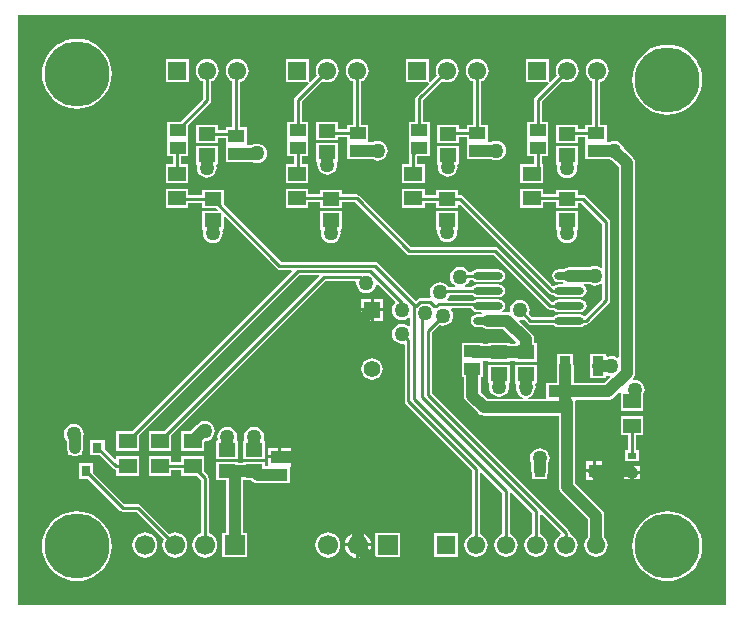
<source format=gtl>
G04*
G04 #@! TF.GenerationSoftware,Altium Limited,Altium Designer,18.1.7 (191)*
G04*
G04 Layer_Physical_Order=1*
G04 Layer_Color=255*
%FSLAX25Y25*%
%MOIN*%
G70*
G01*
G75*
%ADD15R,0.05472X0.03898*%
%ADD16R,0.05709X0.04528*%
%ADD17R,0.05906X0.04921*%
%ADD18O,0.09843X0.02756*%
%ADD19R,0.12402X0.04331*%
%ADD20R,0.03543X0.04331*%
%ADD21R,0.03740X0.06693*%
%ADD22R,0.03150X0.02362*%
%ADD23R,0.03150X0.03543*%
%ADD41C,0.01000*%
%ADD42C,0.03937*%
%ADD43C,0.21654*%
%ADD44R,0.06693X0.06693*%
%ADD45C,0.06693*%
%ADD46C,0.06102*%
%ADD47R,0.06102X0.06102*%
%ADD48R,0.05512X0.05512*%
%ADD49C,0.05512*%
%ADD50C,0.05000*%
G36*
X216535Y-177165D02*
X-19685D01*
Y19685D01*
X216535D01*
Y-177165D01*
D02*
G37*
%LPC*%
G36*
X163465Y4931D02*
X162462Y4799D01*
X161529Y4412D01*
X160727Y3797D01*
X160112Y2995D01*
X159725Y2061D01*
X159593Y1059D01*
X159725Y57D01*
X159983Y-566D01*
X157803Y-2746D01*
X157303Y-2539D01*
X157303Y-2379D01*
Y4898D01*
X149626D01*
Y-2780D01*
X156890D01*
X157062Y-2780D01*
X157270Y-3280D01*
X152694Y-7855D01*
X152409Y-8281D01*
X152309Y-8783D01*
Y-15945D01*
X150098D01*
Y-21390D01*
X150098Y-21417D01*
Y-21890D01*
X150098Y-21917D01*
Y-27362D01*
X152309D01*
Y-30020D01*
X147835D01*
Y-36516D01*
X155315D01*
Y-30020D01*
X154935D01*
Y-27362D01*
X157146D01*
Y-21917D01*
X157146Y-21890D01*
Y-21417D01*
X157146Y-21390D01*
Y-15945D01*
X154935D01*
Y-9327D01*
X161839Y-2423D01*
X162462Y-2681D01*
X163465Y-2813D01*
X164467Y-2681D01*
X165400Y-2294D01*
X166202Y-1679D01*
X166818Y-877D01*
X167204Y57D01*
X167336Y1059D01*
X167204Y2061D01*
X166818Y2995D01*
X166202Y3797D01*
X165400Y4412D01*
X164467Y4799D01*
X163465Y4931D01*
D02*
G37*
G36*
X83465D02*
X82463Y4799D01*
X81529Y4412D01*
X80727Y3797D01*
X80112Y2995D01*
X79725Y2061D01*
X79593Y1059D01*
X79725Y57D01*
X79983Y-566D01*
X77803Y-2746D01*
X77303Y-2539D01*
X77303Y-2379D01*
Y4898D01*
X69626D01*
Y-2780D01*
X76890D01*
X77062Y-2780D01*
X77270Y-3280D01*
X72694Y-7855D01*
X72409Y-8281D01*
X72309Y-8783D01*
Y-15945D01*
X70098D01*
Y-21390D01*
X70098Y-21417D01*
Y-21890D01*
X70098Y-21917D01*
Y-27362D01*
X72309D01*
Y-30020D01*
X69724D01*
Y-36516D01*
X77205D01*
Y-30020D01*
X74935D01*
Y-27362D01*
X77146D01*
Y-21917D01*
X77146Y-21890D01*
Y-21417D01*
X77146Y-21390D01*
Y-15945D01*
X74935D01*
Y-9327D01*
X81839Y-2423D01*
X82463Y-2681D01*
X83465Y-2813D01*
X84467Y-2681D01*
X85400Y-2294D01*
X86202Y-1679D01*
X86818Y-877D01*
X87204Y57D01*
X87336Y1059D01*
X87204Y2061D01*
X86818Y2995D01*
X86202Y3797D01*
X85400Y4412D01*
X84467Y4799D01*
X83465Y4931D01*
D02*
G37*
G36*
X123465D02*
X122462Y4799D01*
X121529Y4412D01*
X120727Y3797D01*
X120112Y2995D01*
X119725Y2061D01*
X119593Y1059D01*
X119725Y57D01*
X119983Y-566D01*
X117803Y-2746D01*
X117303Y-2539D01*
X117303Y-2379D01*
Y4898D01*
X109626D01*
Y-2780D01*
X116891D01*
X117063Y-2780D01*
X117270Y-3280D01*
X113245Y-7304D01*
X112961Y-7730D01*
X112861Y-8232D01*
Y-15945D01*
X110650D01*
Y-21390D01*
X110650Y-21417D01*
Y-21890D01*
X110650Y-21917D01*
Y-27362D01*
X110892D01*
Y-30020D01*
X108465D01*
Y-36516D01*
X115945D01*
Y-30020D01*
X113517D01*
Y-27362D01*
X117697D01*
Y-21917D01*
X117697Y-21890D01*
Y-21417D01*
X117697Y-21390D01*
Y-15945D01*
X115486D01*
Y-8776D01*
X121839Y-2423D01*
X122462Y-2681D01*
X123465Y-2813D01*
X124467Y-2681D01*
X125400Y-2294D01*
X126202Y-1679D01*
X126818Y-877D01*
X127204Y57D01*
X127336Y1059D01*
X127204Y2061D01*
X126818Y2995D01*
X126202Y3797D01*
X125400Y4412D01*
X124467Y4799D01*
X123465Y4931D01*
D02*
G37*
G36*
X37303Y4898D02*
X29626D01*
Y-2780D01*
X37303D01*
Y4898D01*
D02*
G37*
G36*
X0Y11650D02*
X-1822Y11507D01*
X-3600Y11080D01*
X-5289Y10380D01*
X-6848Y9425D01*
X-8238Y8238D01*
X-9425Y6848D01*
X-10380Y5289D01*
X-11080Y3600D01*
X-11507Y1822D01*
X-11650Y0D01*
X-11507Y-1822D01*
X-11080Y-3600D01*
X-10380Y-5289D01*
X-9425Y-6848D01*
X-8238Y-8238D01*
X-6848Y-9425D01*
X-5289Y-10380D01*
X-3600Y-11080D01*
X-1822Y-11507D01*
X0Y-11650D01*
X1822Y-11507D01*
X3600Y-11080D01*
X5289Y-10380D01*
X6848Y-9425D01*
X8238Y-8238D01*
X9425Y-6848D01*
X10380Y-5289D01*
X11080Y-3600D01*
X11507Y-1822D01*
X11650Y0D01*
X11507Y1822D01*
X11080Y3600D01*
X10380Y5289D01*
X9425Y6848D01*
X8238Y8238D01*
X6848Y9425D01*
X5289Y10380D01*
X3600Y11080D01*
X1822Y11507D01*
X0Y11650D01*
D02*
G37*
G36*
X196850Y9682D02*
X195028Y9538D01*
X193250Y9111D01*
X191561Y8412D01*
X190003Y7457D01*
X188613Y6269D01*
X187425Y4879D01*
X186470Y3320D01*
X185770Y1632D01*
X185344Y-146D01*
X185200Y-1969D01*
X185344Y-3791D01*
X185770Y-5569D01*
X186470Y-7258D01*
X187425Y-8816D01*
X188613Y-10206D01*
X190003Y-11394D01*
X191561Y-12349D01*
X193250Y-13048D01*
X195028Y-13475D01*
X196850Y-13619D01*
X198673Y-13475D01*
X200450Y-13048D01*
X202139Y-12349D01*
X203698Y-11394D01*
X205088Y-10206D01*
X206276Y-8816D01*
X207231Y-7258D01*
X207930Y-5569D01*
X208357Y-3791D01*
X208501Y-1969D01*
X208357Y-146D01*
X207930Y1632D01*
X207231Y3320D01*
X206276Y4879D01*
X205088Y6269D01*
X203698Y7457D01*
X202139Y8412D01*
X200450Y9111D01*
X198673Y9538D01*
X196850Y9682D01*
D02*
G37*
G36*
X173465Y4931D02*
X172462Y4799D01*
X171529Y4412D01*
X170727Y3797D01*
X170112Y2995D01*
X169725Y2061D01*
X169593Y1059D01*
X169725Y57D01*
X170112Y-877D01*
X170727Y-1679D01*
X171529Y-2294D01*
X171758Y-2389D01*
Y-16949D01*
X169547D01*
Y-18372D01*
X167028D01*
Y-17028D01*
X159744D01*
Y-23130D01*
X167028D01*
Y-20998D01*
X169547D01*
Y-22394D01*
X169547Y-22421D01*
Y-22894D01*
X169547Y-22921D01*
Y-28366D01*
X172741D01*
X173071Y-28410D01*
X177356D01*
X177476Y-28501D01*
X178276Y-28833D01*
X178425Y-28852D01*
X180626Y-31053D01*
Y-94567D01*
X180126Y-94814D01*
X179807Y-94569D01*
X179008Y-94238D01*
X178150Y-94125D01*
X177291Y-94238D01*
X176976Y-94369D01*
X176476Y-94035D01*
Y-93307D01*
X171161D01*
Y-96655D01*
X171134Y-96722D01*
X171039Y-97441D01*
X171134Y-98160D01*
X171161Y-98227D01*
Y-101575D01*
X176476D01*
Y-100847D01*
X176976Y-100513D01*
X177291Y-100644D01*
X177689Y-100696D01*
X177868Y-101224D01*
X175967Y-103126D01*
X170374D01*
Y-102953D01*
X165575D01*
Y-97441D01*
X165480Y-96722D01*
X165453Y-96655D01*
Y-93307D01*
X160138D01*
Y-96655D01*
X160110Y-96722D01*
X160016Y-97441D01*
Y-102953D01*
X156398D01*
Y-108441D01*
X150568D01*
X150469Y-107941D01*
X150996Y-107722D01*
X151572Y-107281D01*
X152014Y-106705D01*
X152114Y-106463D01*
X152478Y-105989D01*
X152809Y-105189D01*
X152922Y-104331D01*
X152819Y-103551D01*
X152925Y-103290D01*
X153085Y-103051D01*
X153248D01*
Y-96949D01*
X145965D01*
Y-103051D01*
X146128D01*
X146288Y-103290D01*
X146393Y-103551D01*
X146291Y-104331D01*
X146404Y-105189D01*
X146735Y-105989D01*
X147099Y-106463D01*
X147199Y-106705D01*
X147641Y-107281D01*
X148216Y-107722D01*
X148744Y-107941D01*
X148645Y-108441D01*
X136978D01*
X134669Y-106132D01*
Y-101181D01*
X135413D01*
X135413Y-95709D01*
X135907Y-95693D01*
X137106D01*
Y-95965D01*
X144390D01*
Y-95693D01*
X145965D01*
Y-95965D01*
X153248D01*
Y-89862D01*
X152386D01*
Y-88583D01*
X152291Y-87863D01*
X152014Y-87193D01*
X151572Y-86617D01*
X147434Y-82480D01*
X147708Y-82047D01*
X148496Y-81943D01*
X148841Y-81800D01*
X150273Y-83231D01*
X150698Y-83516D01*
X151201Y-83616D01*
X158903D01*
X159069Y-83864D01*
X159785Y-84343D01*
X160630Y-84511D01*
X167717D01*
X168561Y-84343D01*
X169278Y-83864D01*
X169444Y-83616D01*
X169665D01*
X170168Y-83516D01*
X170594Y-83231D01*
X177412Y-76412D01*
X177697Y-75986D01*
X177797Y-75484D01*
Y-49516D01*
X177697Y-49013D01*
X177412Y-48588D01*
X169629Y-40804D01*
X169203Y-40520D01*
X168701Y-40420D01*
X167027D01*
Y-38681D01*
X159744D01*
Y-40223D01*
X155315D01*
Y-38287D01*
X147835D01*
Y-44783D01*
X155315D01*
Y-42848D01*
X159744D01*
Y-44783D01*
X167027D01*
Y-43045D01*
X168157D01*
X175172Y-50059D01*
Y-64428D01*
X174672Y-64675D01*
X174355Y-64432D01*
X173555Y-64100D01*
X172697Y-63987D01*
X171839Y-64100D01*
X171039Y-64432D01*
X170919Y-64524D01*
X164173D01*
X163454Y-64618D01*
X162783Y-64896D01*
X162523Y-65095D01*
X160630D01*
X159785Y-65263D01*
X159069Y-65742D01*
X158590Y-66458D01*
X158422Y-67303D01*
X158590Y-68148D01*
X159069Y-68864D01*
X159785Y-69343D01*
X160630Y-69511D01*
X162134D01*
X162195Y-69595D01*
X161938Y-70095D01*
X160630D01*
X159785Y-70263D01*
X159069Y-70742D01*
X158529Y-70649D01*
X128684Y-40804D01*
X128258Y-40520D01*
X127756Y-40420D01*
X127106D01*
Y-38681D01*
X119823D01*
Y-40420D01*
X115945D01*
Y-38287D01*
X108465D01*
Y-44783D01*
X115945D01*
Y-43045D01*
X119823D01*
Y-44783D01*
X127106D01*
Y-43646D01*
X127606Y-43439D01*
X157399Y-73231D01*
X157825Y-73516D01*
X158327Y-73616D01*
X158903D01*
X159069Y-73864D01*
X159785Y-74343D01*
X160630Y-74511D01*
X167717D01*
X168561Y-74343D01*
X169278Y-73864D01*
X169756Y-73148D01*
X169924Y-72303D01*
X169756Y-71458D01*
X169278Y-70742D01*
X169039Y-70583D01*
X169191Y-70083D01*
X170919D01*
X171039Y-70175D01*
X171839Y-70506D01*
X172697Y-70619D01*
X173555Y-70506D01*
X174355Y-70175D01*
X174672Y-69932D01*
X175172Y-70178D01*
Y-74941D01*
X169362Y-80750D01*
X169278Y-80742D01*
X168561Y-80263D01*
X167717Y-80095D01*
X160630D01*
X159785Y-80263D01*
X159069Y-80742D01*
X158903Y-80990D01*
X151744D01*
X150698Y-79944D01*
X150841Y-79598D01*
X150954Y-78740D01*
X150841Y-77882D01*
X150509Y-77082D01*
X149982Y-76396D01*
X149296Y-75869D01*
X148496Y-75537D01*
X147638Y-75424D01*
X146780Y-75537D01*
X145980Y-75869D01*
X145293Y-76396D01*
X144766Y-77082D01*
X144435Y-77882D01*
X144322Y-78740D01*
X144385Y-79217D01*
X144235Y-79394D01*
X143931Y-79603D01*
X143327Y-79523D01*
X142026D01*
X141874Y-79023D01*
X142112Y-78864D01*
X142591Y-78148D01*
X142759Y-77303D01*
X142591Y-76458D01*
X142112Y-75742D01*
X141396Y-75263D01*
X140551Y-75095D01*
X133465D01*
X132620Y-75263D01*
X132103Y-75609D01*
X123588D01*
X123462Y-75109D01*
X123934Y-74493D01*
X124266Y-73693D01*
X124276Y-73616D01*
X131737D01*
X131903Y-73864D01*
X132620Y-74343D01*
X133465Y-74511D01*
X140551D01*
X141396Y-74343D01*
X142112Y-73864D01*
X142591Y-73148D01*
X142759Y-72303D01*
X142591Y-71458D01*
X142112Y-70742D01*
X141396Y-70263D01*
X140551Y-70095D01*
X133465D01*
X132620Y-70263D01*
X131903Y-70742D01*
X131737Y-70991D01*
X129625D01*
X129524Y-70780D01*
X129490Y-70490D01*
X130101Y-70022D01*
X130627Y-69335D01*
X130925Y-68616D01*
X131737D01*
X131903Y-68864D01*
X132620Y-69343D01*
X133465Y-69511D01*
X140551D01*
X141396Y-69343D01*
X142112Y-68864D01*
X142591Y-68148D01*
X142759Y-67303D01*
X142591Y-66458D01*
X142112Y-65742D01*
X141396Y-65263D01*
X140551Y-65095D01*
X133465D01*
X132620Y-65263D01*
X131903Y-65742D01*
X131737Y-65991D01*
X130605D01*
X130101Y-65333D01*
X129414Y-64806D01*
X128614Y-64474D01*
X127756Y-64361D01*
X126898Y-64474D01*
X126098Y-64806D01*
X125411Y-65333D01*
X124884Y-66019D01*
X124553Y-66819D01*
X124440Y-67677D01*
X124553Y-68535D01*
X124884Y-69335D01*
X125411Y-70022D01*
X126022Y-70490D01*
X125987Y-70780D01*
X125887Y-70991D01*
X123792D01*
X123408Y-70490D01*
X122721Y-69963D01*
X121921Y-69632D01*
X121063Y-69519D01*
X120205Y-69632D01*
X119405Y-69963D01*
X118718Y-70490D01*
X118192Y-71177D01*
X117860Y-71977D01*
X117747Y-72835D01*
X117860Y-73693D01*
X118064Y-74185D01*
X117710Y-74624D01*
X114573D01*
X114071Y-74724D01*
X113645Y-75009D01*
X112971Y-75682D01*
X100338Y-63048D01*
X99912Y-62764D01*
X99410Y-62664D01*
X68063D01*
X48917Y-43518D01*
Y-38681D01*
X41634D01*
Y-40420D01*
X37205D01*
Y-38287D01*
X29724D01*
Y-44783D01*
X37205D01*
Y-43045D01*
X41634D01*
Y-44783D01*
X46470D01*
X46993Y-45306D01*
X46801Y-45768D01*
X41634D01*
Y-51870D01*
X41797D01*
X41957Y-52109D01*
X42062Y-52370D01*
X41960Y-53150D01*
X42073Y-54008D01*
X42404Y-54808D01*
X42931Y-55494D01*
X43618Y-56021D01*
X44417Y-56352D01*
X45276Y-56465D01*
X46134Y-56352D01*
X46933Y-56021D01*
X47620Y-55494D01*
X48147Y-54808D01*
X48478Y-54008D01*
X48591Y-53150D01*
X48489Y-52370D01*
X48594Y-52109D01*
X48754Y-51870D01*
X48917D01*
Y-47884D01*
X49379Y-47692D01*
X66592Y-64904D01*
X67017Y-65189D01*
X67520Y-65289D01*
X71571D01*
X71763Y-65751D01*
X18321Y-119193D01*
X13189D01*
Y-125689D01*
X20669D01*
Y-120557D01*
X74150Y-67076D01*
X80611D01*
X80802Y-67538D01*
X29148Y-119193D01*
X24016D01*
Y-125689D01*
X31496D01*
Y-120557D01*
X83063Y-68990D01*
X92754D01*
X93192Y-69490D01*
X93141Y-69882D01*
X93254Y-70740D01*
X93585Y-71540D01*
X94112Y-72227D01*
X94799Y-72753D01*
X95599Y-73085D01*
X96457Y-73198D01*
X97315Y-73085D01*
X98115Y-72753D01*
X98801Y-72227D01*
X99328Y-71540D01*
X99660Y-70740D01*
X99714Y-70328D01*
X100242Y-70149D01*
X105974Y-75882D01*
X105942Y-76381D01*
X105923Y-76395D01*
X105396Y-77082D01*
X105065Y-77882D01*
X104952Y-78740D01*
X105065Y-79598D01*
X105396Y-80398D01*
X105923Y-81085D01*
X106610Y-81612D01*
X107409Y-81943D01*
X108267Y-82056D01*
X109126Y-81943D01*
X109925Y-81612D01*
X110542Y-81139D01*
X111042Y-81264D01*
Y-84089D01*
X110542Y-84215D01*
X109926Y-83743D01*
X109126Y-83411D01*
X108268Y-83298D01*
X107410Y-83411D01*
X106610Y-83743D01*
X105923Y-84270D01*
X105396Y-84956D01*
X105065Y-85756D01*
X104952Y-86614D01*
X105065Y-87472D01*
X105396Y-88272D01*
X105923Y-88959D01*
X106610Y-89486D01*
X107410Y-89817D01*
X108268Y-89930D01*
X108754Y-89866D01*
X109254Y-90276D01*
Y-109158D01*
X109354Y-109660D01*
X109639Y-110086D01*
X131758Y-132205D01*
Y-153475D01*
X131135Y-153734D01*
X130333Y-154349D01*
X129718Y-155151D01*
X129331Y-156085D01*
X129199Y-157087D01*
X129331Y-158089D01*
X129718Y-159022D01*
X130333Y-159824D01*
X131135Y-160440D01*
X132069Y-160826D01*
X133071Y-160958D01*
X134073Y-160826D01*
X135007Y-160440D01*
X135809Y-159824D01*
X136424Y-159022D01*
X136811Y-158089D01*
X136943Y-157087D01*
X136811Y-156085D01*
X136424Y-155151D01*
X135809Y-154349D01*
X135007Y-153734D01*
X134383Y-153475D01*
Y-132956D01*
X134845Y-132765D01*
X141758Y-139678D01*
Y-153475D01*
X141135Y-153734D01*
X140333Y-154349D01*
X139718Y-155151D01*
X139331Y-156085D01*
X139199Y-157087D01*
X139331Y-158089D01*
X139718Y-159022D01*
X140333Y-159824D01*
X141135Y-160440D01*
X142069Y-160826D01*
X143071Y-160958D01*
X144073Y-160826D01*
X145007Y-160440D01*
X145809Y-159824D01*
X146424Y-159022D01*
X146811Y-158089D01*
X146943Y-157087D01*
X146811Y-156085D01*
X146424Y-155151D01*
X145809Y-154349D01*
X145007Y-153734D01*
X144384Y-153475D01*
Y-139604D01*
X144884Y-139397D01*
X151758Y-146272D01*
Y-153475D01*
X151135Y-153734D01*
X150333Y-154349D01*
X149718Y-155151D01*
X149331Y-156085D01*
X149199Y-157087D01*
X149331Y-158089D01*
X149718Y-159022D01*
X150333Y-159824D01*
X151135Y-160440D01*
X152069Y-160826D01*
X153071Y-160958D01*
X154073Y-160826D01*
X155007Y-160440D01*
X155809Y-159824D01*
X156424Y-159022D01*
X156811Y-158089D01*
X156943Y-157087D01*
X156811Y-156085D01*
X156424Y-155151D01*
X155809Y-154349D01*
X155007Y-153734D01*
X154384Y-153475D01*
Y-147023D01*
X154845Y-146832D01*
X161250Y-153236D01*
X161181Y-153582D01*
X161082Y-153775D01*
X160333Y-154349D01*
X159718Y-155151D01*
X159331Y-156085D01*
X159199Y-157087D01*
X159331Y-158089D01*
X159718Y-159022D01*
X160333Y-159824D01*
X161135Y-160440D01*
X162069Y-160826D01*
X163071Y-160958D01*
X164073Y-160826D01*
X165007Y-160440D01*
X165809Y-159824D01*
X166424Y-159022D01*
X166811Y-158089D01*
X166943Y-157087D01*
X166811Y-156085D01*
X166424Y-155151D01*
X165809Y-154349D01*
X165007Y-153734D01*
X164383Y-153475D01*
Y-153201D01*
X164284Y-152698D01*
X163999Y-152272D01*
X118257Y-106531D01*
Y-86355D01*
X120844Y-83768D01*
X121189Y-83912D01*
X122047Y-84024D01*
X122905Y-83912D01*
X123705Y-83580D01*
X124392Y-83053D01*
X124919Y-82367D01*
X125250Y-81567D01*
X125363Y-80709D01*
X125250Y-79851D01*
X124919Y-79051D01*
X124676Y-78734D01*
X124922Y-78234D01*
X131482D01*
X131903Y-78864D01*
X132620Y-79343D01*
X133465Y-79511D01*
X134772D01*
X135029Y-80011D01*
X134969Y-80095D01*
X133465D01*
X132620Y-80263D01*
X131903Y-80742D01*
X131425Y-81458D01*
X131257Y-82303D01*
X131425Y-83148D01*
X131903Y-83864D01*
X132620Y-84343D01*
X133465Y-84511D01*
X135358D01*
X135618Y-84710D01*
X136288Y-84988D01*
X137008Y-85083D01*
X142175D01*
X146455Y-89362D01*
X146248Y-89862D01*
X145965D01*
Y-90134D01*
X144390D01*
Y-89862D01*
X137106D01*
Y-90134D01*
X135413D01*
Y-89764D01*
X132220D01*
X131890Y-89720D01*
X131560Y-89764D01*
X128366D01*
Y-95209D01*
X128366Y-95236D01*
Y-95709D01*
X128366Y-95736D01*
Y-101181D01*
X129110D01*
Y-107283D01*
X129205Y-108003D01*
X129482Y-108673D01*
X129924Y-109249D01*
X133861Y-113186D01*
X134437Y-113628D01*
X135107Y-113905D01*
X135827Y-114000D01*
X160606D01*
Y-132283D01*
Y-137598D01*
X160701Y-138318D01*
X160979Y-138988D01*
X161420Y-139564D01*
X170291Y-148435D01*
Y-154404D01*
X169718Y-155151D01*
X169331Y-156085D01*
X169199Y-157087D01*
X169331Y-158089D01*
X169718Y-159022D01*
X170333Y-159824D01*
X171135Y-160440D01*
X172069Y-160826D01*
X173071Y-160958D01*
X174073Y-160826D01*
X175007Y-160440D01*
X175809Y-159824D01*
X176424Y-159022D01*
X176811Y-158089D01*
X176943Y-157087D01*
X176811Y-156085D01*
X176424Y-155151D01*
X175851Y-154404D01*
Y-147283D01*
X175756Y-146564D01*
X175478Y-145894D01*
X175036Y-145318D01*
X166165Y-136447D01*
Y-132283D01*
Y-109646D01*
X166128Y-109358D01*
X166565Y-108858D01*
X170374D01*
Y-108685D01*
X177118D01*
X177837Y-108590D01*
X178508Y-108313D01*
X179084Y-107871D01*
X180799Y-106155D01*
X181299Y-106362D01*
Y-112303D01*
X188779D01*
Y-108249D01*
X188803Y-108071D01*
Y-107092D01*
X188895Y-106973D01*
X189226Y-106173D01*
X189339Y-105315D01*
X189226Y-104457D01*
X188895Y-103657D01*
X188368Y-102970D01*
X187681Y-102443D01*
X186881Y-102112D01*
X186023Y-101999D01*
X185608Y-102054D01*
X185375Y-101592D01*
X185374Y-101580D01*
X185813Y-101008D01*
X186091Y-100337D01*
X186185Y-99618D01*
Y-29902D01*
X186091Y-29182D01*
X185813Y-28512D01*
X185371Y-27936D01*
X182356Y-24921D01*
X182337Y-24772D01*
X182005Y-23972D01*
X181479Y-23285D01*
X180792Y-22758D01*
X179992Y-22427D01*
X179134Y-22314D01*
X178276Y-22427D01*
X177476Y-22758D01*
X177356Y-22850D01*
X176766D01*
X176594Y-22421D01*
X176594Y-22350D01*
Y-16949D01*
X174383D01*
Y-2692D01*
X174467Y-2681D01*
X175400Y-2294D01*
X176202Y-1679D01*
X176818Y-877D01*
X177204Y57D01*
X177336Y1059D01*
X177204Y2061D01*
X176818Y2995D01*
X176202Y3797D01*
X175400Y4412D01*
X174467Y4799D01*
X173465Y4931D01*
D02*
G37*
G36*
X133465D02*
X132463Y4799D01*
X131529Y4412D01*
X130727Y3797D01*
X130112Y2995D01*
X129725Y2061D01*
X129593Y1059D01*
X129725Y57D01*
X130112Y-877D01*
X130727Y-1679D01*
X131529Y-2294D01*
X132152Y-2552D01*
Y-16949D01*
X129941D01*
Y-18372D01*
X127264D01*
Y-17028D01*
X119980D01*
Y-23130D01*
X127264D01*
Y-20998D01*
X129941D01*
Y-22394D01*
X129941Y-22421D01*
Y-22894D01*
X129941Y-22921D01*
Y-28366D01*
X133134D01*
X133465Y-28410D01*
X138038D01*
X138106Y-28462D01*
X138906Y-28793D01*
X139764Y-28906D01*
X140622Y-28793D01*
X141422Y-28462D01*
X142108Y-27935D01*
X142635Y-27248D01*
X142967Y-26449D01*
X143079Y-25591D01*
X142967Y-24732D01*
X142635Y-23933D01*
X142108Y-23246D01*
X141422Y-22719D01*
X140622Y-22388D01*
X139764Y-22275D01*
X138906Y-22388D01*
X138106Y-22719D01*
X137935Y-22850D01*
X137160D01*
X136988Y-22421D01*
X136988Y-22350D01*
Y-16949D01*
X134777D01*
Y-2552D01*
X135400Y-2294D01*
X136202Y-1679D01*
X136818Y-877D01*
X137204Y57D01*
X137336Y1059D01*
X137204Y2061D01*
X136818Y2995D01*
X136202Y3797D01*
X135400Y4412D01*
X134467Y4799D01*
X133465Y4931D01*
D02*
G37*
G36*
X93465D02*
X92462Y4799D01*
X91529Y4412D01*
X90727Y3797D01*
X90112Y2995D01*
X89725Y2061D01*
X89593Y1059D01*
X89725Y57D01*
X90112Y-877D01*
X90727Y-1679D01*
X91529Y-2294D01*
X92152Y-2552D01*
Y-16949D01*
X90177D01*
Y-18372D01*
X87106D01*
Y-16024D01*
X79823D01*
Y-22126D01*
X87106D01*
Y-20998D01*
X90177D01*
Y-22394D01*
X90177Y-22421D01*
Y-22894D01*
X90177Y-22921D01*
Y-28366D01*
X93371D01*
X93701Y-28410D01*
X98577D01*
X98697Y-28501D01*
X99496Y-28833D01*
X100354Y-28946D01*
X101213Y-28833D01*
X102012Y-28501D01*
X102699Y-27975D01*
X103226Y-27288D01*
X103557Y-26488D01*
X103670Y-25630D01*
X103557Y-24772D01*
X103226Y-23972D01*
X102699Y-23285D01*
X102012Y-22758D01*
X101213Y-22427D01*
X100354Y-22314D01*
X99496Y-22427D01*
X98697Y-22758D01*
X98577Y-22850D01*
X97396D01*
X97224Y-22421D01*
X97224Y-22350D01*
Y-16949D01*
X94777D01*
Y-2552D01*
X95400Y-2294D01*
X96202Y-1679D01*
X96818Y-877D01*
X97204Y57D01*
X97336Y1059D01*
X97204Y2061D01*
X96818Y2995D01*
X96202Y3797D01*
X95400Y4412D01*
X94467Y4799D01*
X93465Y4931D01*
D02*
G37*
G36*
X53465D02*
X52463Y4799D01*
X51529Y4412D01*
X50727Y3797D01*
X50112Y2995D01*
X49725Y2061D01*
X49593Y1059D01*
X49725Y57D01*
X50112Y-877D01*
X50727Y-1679D01*
X51529Y-2294D01*
X51837Y-2422D01*
Y-17913D01*
X49626D01*
Y-18766D01*
X46949D01*
Y-17028D01*
X39665D01*
Y-23130D01*
X46949D01*
Y-21391D01*
X49626D01*
Y-23358D01*
X49626Y-23386D01*
Y-23858D01*
X49626Y-23886D01*
Y-29331D01*
X52820D01*
X53150Y-29374D01*
X58287D01*
X58381Y-29446D01*
X59181Y-29778D01*
X60039Y-29891D01*
X60898Y-29778D01*
X61697Y-29446D01*
X62384Y-28919D01*
X62911Y-28233D01*
X63242Y-27433D01*
X63355Y-26575D01*
X63242Y-25717D01*
X62911Y-24917D01*
X62384Y-24230D01*
X61697Y-23703D01*
X60898Y-23372D01*
X60039Y-23259D01*
X59181Y-23372D01*
X58381Y-23703D01*
X58236Y-23815D01*
X56845D01*
X56673Y-23386D01*
X56673Y-23315D01*
Y-17913D01*
X54462D01*
Y-2681D01*
X54467Y-2681D01*
X55400Y-2294D01*
X56202Y-1679D01*
X56818Y-877D01*
X57204Y57D01*
X57336Y1059D01*
X57204Y2061D01*
X56818Y2995D01*
X56202Y3797D01*
X55400Y4412D01*
X54467Y4799D01*
X53465Y4931D01*
D02*
G37*
G36*
X87106Y-23110D02*
X79823D01*
Y-29213D01*
X79847D01*
X80223Y-29713D01*
X80149Y-30276D01*
X80262Y-31134D01*
X80593Y-31934D01*
X81120Y-32620D01*
X81807Y-33147D01*
X82606Y-33478D01*
X83465Y-33591D01*
X84323Y-33478D01*
X85123Y-33147D01*
X85809Y-32620D01*
X86336Y-31934D01*
X86667Y-31134D01*
X86780Y-30276D01*
X86706Y-29713D01*
X87082Y-29213D01*
X87106D01*
Y-23110D01*
D02*
G37*
G36*
X127264Y-24114D02*
X119980D01*
Y-30217D01*
X120023D01*
X120353Y-30593D01*
X120306Y-30945D01*
X120419Y-31803D01*
X120750Y-32603D01*
X121277Y-33290D01*
X121964Y-33816D01*
X122764Y-34148D01*
X123622Y-34261D01*
X124480Y-34148D01*
X125280Y-33816D01*
X125967Y-33290D01*
X126494Y-32603D01*
X126825Y-31803D01*
X126938Y-30945D01*
X126891Y-30593D01*
X127221Y-30217D01*
X127264D01*
Y-24114D01*
D02*
G37*
G36*
X46949D02*
X39665D01*
Y-30217D01*
X39723D01*
X40073Y-30717D01*
X39991Y-31339D01*
X40104Y-32197D01*
X40436Y-32996D01*
X40962Y-33683D01*
X41649Y-34210D01*
X42449Y-34541D01*
X43307Y-34654D01*
X44165Y-34541D01*
X44965Y-34210D01*
X45652Y-33683D01*
X46179Y-32996D01*
X46510Y-32197D01*
X46623Y-31339D01*
X46541Y-30717D01*
X46891Y-30217D01*
X46949D01*
Y-24114D01*
D02*
G37*
G36*
X167028D02*
X159744D01*
Y-30217D01*
X159847D01*
X160162Y-30717D01*
X160070Y-31417D01*
X160183Y-32276D01*
X160514Y-33075D01*
X161041Y-33762D01*
X161728Y-34289D01*
X162528Y-34620D01*
X163386Y-34733D01*
X164244Y-34620D01*
X165044Y-34289D01*
X165730Y-33762D01*
X166257Y-33075D01*
X166589Y-32276D01*
X166702Y-31417D01*
X166609Y-30717D01*
X166924Y-30217D01*
X167028D01*
Y-24114D01*
D02*
G37*
G36*
X43465Y4931D02*
X42463Y4799D01*
X41529Y4412D01*
X40727Y3797D01*
X40112Y2995D01*
X39725Y2061D01*
X39593Y1059D01*
X39725Y57D01*
X40112Y-877D01*
X40727Y-1679D01*
X41529Y-2294D01*
X42152Y-2552D01*
Y-8295D01*
X34502Y-15945D01*
X30098D01*
Y-21390D01*
X30098Y-21417D01*
Y-21890D01*
X30098Y-21917D01*
Y-27362D01*
X32152D01*
Y-30020D01*
X29724D01*
Y-36516D01*
X37205D01*
Y-30020D01*
X34777D01*
Y-27362D01*
X37146D01*
Y-21917D01*
X37146Y-21890D01*
Y-21417D01*
X37146Y-21390D01*
Y-17014D01*
X44393Y-9767D01*
X44677Y-9341D01*
X44777Y-8839D01*
Y-2552D01*
X45400Y-2294D01*
X46202Y-1679D01*
X46818Y-877D01*
X47204Y57D01*
X47336Y1059D01*
X47204Y2061D01*
X46818Y2995D01*
X46202Y3797D01*
X45400Y4412D01*
X44467Y4799D01*
X43465Y4931D01*
D02*
G37*
G36*
X127106Y-45768D02*
X119823D01*
Y-51870D01*
X119823D01*
X120200Y-52370D01*
X120149Y-52756D01*
X120262Y-53614D01*
X120593Y-54414D01*
X121120Y-55101D01*
X121807Y-55628D01*
X122606Y-55959D01*
X123465Y-56072D01*
X124323Y-55959D01*
X125122Y-55628D01*
X125809Y-55101D01*
X126336Y-54414D01*
X126667Y-53614D01*
X126780Y-52756D01*
X126730Y-52370D01*
X127106Y-51870D01*
X127106D01*
Y-45768D01*
D02*
G37*
G36*
X167027D02*
X159744D01*
Y-51870D01*
X159847D01*
X160162Y-52370D01*
X160070Y-53071D01*
X160183Y-53929D01*
X160514Y-54729D01*
X161041Y-55415D01*
X161728Y-55942D01*
X162528Y-56274D01*
X163386Y-56387D01*
X164244Y-56274D01*
X165044Y-55942D01*
X165730Y-55415D01*
X166257Y-54729D01*
X166589Y-53929D01*
X166702Y-53071D01*
X166609Y-52370D01*
X166924Y-51870D01*
X167027D01*
Y-45768D01*
D02*
G37*
G36*
X88287D02*
X81004D01*
Y-51870D01*
X81167D01*
X81327Y-52109D01*
X81432Y-52370D01*
X81330Y-53150D01*
X81443Y-54008D01*
X81774Y-54808D01*
X82301Y-55494D01*
X82988Y-56021D01*
X83788Y-56352D01*
X84646Y-56465D01*
X85504Y-56352D01*
X86304Y-56021D01*
X86990Y-55494D01*
X87517Y-54808D01*
X87849Y-54008D01*
X87961Y-53150D01*
X87859Y-52370D01*
X87964Y-52109D01*
X88124Y-51870D01*
X88287D01*
Y-45768D01*
D02*
G37*
G36*
X102181Y-74984D02*
X98925D01*
Y-78240D01*
X102181D01*
Y-74984D01*
D02*
G37*
G36*
X97925D02*
X94669D01*
Y-78240D01*
X97925D01*
Y-74984D01*
D02*
G37*
G36*
X77205Y-38287D02*
X69724D01*
Y-44783D01*
X77205D01*
Y-42848D01*
X81004D01*
Y-44783D01*
X88287D01*
Y-42848D01*
X92724D01*
X109859Y-59983D01*
X110285Y-60268D01*
X110787Y-60368D01*
X138846D01*
X156710Y-78231D01*
X157135Y-78516D01*
X157638Y-78616D01*
X158903D01*
X159069Y-78864D01*
X159785Y-79343D01*
X160630Y-79511D01*
X167717D01*
X168561Y-79343D01*
X169278Y-78864D01*
X169756Y-78148D01*
X169924Y-77303D01*
X169756Y-76458D01*
X169278Y-75742D01*
X168561Y-75263D01*
X167717Y-75095D01*
X160630D01*
X159785Y-75263D01*
X159069Y-75742D01*
X158903Y-75990D01*
X158182D01*
X140318Y-58127D01*
X139892Y-57842D01*
X139390Y-57743D01*
X111331D01*
X94196Y-40607D01*
X93770Y-40323D01*
X93268Y-40223D01*
X88287D01*
Y-38681D01*
X81004D01*
Y-40223D01*
X77205D01*
Y-38287D01*
D02*
G37*
G36*
X102181Y-79240D02*
X98925D01*
Y-82496D01*
X102181D01*
Y-79240D01*
D02*
G37*
G36*
X97925D02*
X94669D01*
Y-82496D01*
X97925D01*
Y-79240D01*
D02*
G37*
G36*
X98425Y-94851D02*
X97500Y-94973D01*
X96638Y-95330D01*
X95898Y-95898D01*
X95330Y-96638D01*
X94973Y-97500D01*
X94851Y-98425D01*
X94973Y-99350D01*
X95330Y-100212D01*
X95898Y-100952D01*
X96638Y-101520D01*
X97500Y-101877D01*
X98425Y-101999D01*
X99350Y-101877D01*
X100212Y-101520D01*
X100952Y-100952D01*
X101520Y-100212D01*
X101877Y-99350D01*
X101999Y-98425D01*
X101877Y-97500D01*
X101520Y-96638D01*
X100952Y-95898D01*
X100212Y-95330D01*
X99350Y-94973D01*
X98425Y-94851D01*
D02*
G37*
G36*
X144390Y-96949D02*
X137106D01*
Y-103051D01*
X137270D01*
X137429Y-103290D01*
X137535Y-103551D01*
X137432Y-104331D01*
X137545Y-105189D01*
X137876Y-105989D01*
X138403Y-106675D01*
X139090Y-107202D01*
X139890Y-107534D01*
X140748Y-107647D01*
X141606Y-107534D01*
X142406Y-107202D01*
X143093Y-106675D01*
X143620Y-105989D01*
X143951Y-105189D01*
X144064Y-104331D01*
X143961Y-103551D01*
X144067Y-103290D01*
X144226Y-103051D01*
X144390D01*
Y-96949D01*
D02*
G37*
G36*
X42677Y-115779D02*
X41819Y-115892D01*
X41019Y-116223D01*
X40333Y-116750D01*
X40154Y-116983D01*
X39964Y-117129D01*
X37900Y-119193D01*
X34843D01*
Y-125689D01*
X42323D01*
Y-122791D01*
X42677Y-122410D01*
X43535Y-122297D01*
X44335Y-121966D01*
X45022Y-121439D01*
X45549Y-120752D01*
X45880Y-119953D01*
X45993Y-119095D01*
X45880Y-118236D01*
X45549Y-117437D01*
X45022Y-116750D01*
X44335Y-116223D01*
X43535Y-115892D01*
X42677Y-115779D01*
D02*
G37*
G36*
X71256Y-124787D02*
X68020D01*
Y-127236D01*
X71256D01*
Y-124787D01*
D02*
G37*
G36*
X67020D02*
X63784D01*
Y-127236D01*
X67020D01*
Y-124787D01*
D02*
G37*
G36*
X-984Y-116763D02*
X-1842Y-116876D01*
X-2642Y-117207D01*
X-3329Y-117734D01*
X-3856Y-118421D01*
X-4187Y-119221D01*
X-4300Y-120079D01*
X-4187Y-120937D01*
X-3856Y-121737D01*
X-3370Y-122369D01*
Y-124606D01*
X-3275Y-125326D01*
X-2998Y-125996D01*
X-2953Y-126055D01*
Y-127165D01*
X-1614D01*
X-1310Y-127291D01*
X-591Y-127386D01*
X129Y-127291D01*
X433Y-127165D01*
X1772D01*
Y-126055D01*
X1817Y-125996D01*
X2094Y-125326D01*
X2189Y-124606D01*
Y-121008D01*
X2218Y-120937D01*
X2331Y-120079D01*
X2218Y-119221D01*
X1887Y-118421D01*
X1360Y-117734D01*
X674Y-117207D01*
X-126Y-116876D01*
X-984Y-116763D01*
D02*
G37*
G36*
X59055Y-117747D02*
X58197Y-117860D01*
X57397Y-118192D01*
X56710Y-118718D01*
X56184Y-119405D01*
X55852Y-120205D01*
X55739Y-121063D01*
X55842Y-121843D01*
X55737Y-122104D01*
X55577Y-122343D01*
X55413D01*
Y-128445D01*
X62697D01*
Y-122343D01*
X62533D01*
X62374Y-122104D01*
X62268Y-121843D01*
X62371Y-121063D01*
X62258Y-120205D01*
X61927Y-119405D01*
X61400Y-118718D01*
X60713Y-118192D01*
X59913Y-117860D01*
X59055Y-117747D01*
D02*
G37*
G36*
X50197Y-117747D02*
X49339Y-117860D01*
X48539Y-118192D01*
X47852Y-118718D01*
X47325Y-119405D01*
X46994Y-120205D01*
X46881Y-121063D01*
X46984Y-121843D01*
X46878Y-122104D01*
X46719Y-122343D01*
X46555D01*
Y-128445D01*
X53839D01*
Y-122343D01*
X53675D01*
X53515Y-122104D01*
X53410Y-121843D01*
X53513Y-121063D01*
X53400Y-120205D01*
X53068Y-119405D01*
X52542Y-118718D01*
X51855Y-118192D01*
X51055Y-117860D01*
X50197Y-117747D01*
D02*
G37*
G36*
X188779Y-114075D02*
X181299D01*
Y-120571D01*
X183727D01*
Y-125295D01*
X182677D01*
Y-129232D01*
X187402D01*
Y-125295D01*
X186352D01*
Y-120571D01*
X188779D01*
Y-114075D01*
D02*
G37*
G36*
X42323Y-127461D02*
X34843D01*
Y-129396D01*
X31496D01*
Y-127461D01*
X24016D01*
Y-133957D01*
X31496D01*
Y-132021D01*
X34843D01*
Y-133957D01*
X39974D01*
X41365Y-135347D01*
Y-153156D01*
X40592Y-153476D01*
X39729Y-154138D01*
X39066Y-155002D01*
X38650Y-156008D01*
X38508Y-157087D01*
X38650Y-158166D01*
X39066Y-159171D01*
X39729Y-160035D01*
X40592Y-160697D01*
X41598Y-161114D01*
X42677Y-161256D01*
X43756Y-161114D01*
X44762Y-160697D01*
X45625Y-160035D01*
X46288Y-159171D01*
X46705Y-158166D01*
X46847Y-157087D01*
X46705Y-156008D01*
X46288Y-155002D01*
X45625Y-154138D01*
X44762Y-153476D01*
X43990Y-153156D01*
Y-134803D01*
X43890Y-134301D01*
X43605Y-133875D01*
X42323Y-132592D01*
Y-127461D01*
D02*
G37*
G36*
X71256Y-128236D02*
X67520D01*
X63784D01*
Y-130401D01*
X63784Y-130685D01*
X63373Y-130901D01*
X62697D01*
Y-129429D01*
X55413D01*
Y-129701D01*
X53839D01*
Y-129429D01*
X46555D01*
Y-135531D01*
X49898D01*
Y-152953D01*
X48543D01*
Y-161221D01*
X56811D01*
Y-152953D01*
X55457D01*
Y-135531D01*
X58175D01*
X58290Y-135647D01*
X58866Y-136088D01*
X59536Y-136366D01*
X60256Y-136461D01*
X67520D01*
X67850Y-136417D01*
X71043D01*
X71043Y-131097D01*
X71256Y-130685D01*
X71256Y-130533D01*
Y-128236D01*
D02*
G37*
G36*
X175213Y-129118D02*
X172941D01*
Y-131783D01*
X175213D01*
Y-129118D01*
D02*
G37*
G36*
X171941D02*
X169669D01*
Y-131783D01*
X171941D01*
Y-129118D01*
D02*
G37*
G36*
X187614Y-130791D02*
X185539D01*
Y-132472D01*
X187614D01*
Y-130791D01*
D02*
G37*
G36*
X184539D02*
X182465D01*
Y-132472D01*
X184539D01*
Y-130791D01*
D02*
G37*
G36*
X9252Y-122047D02*
X4528D01*
Y-127165D01*
X7593D01*
X12064Y-131637D01*
X12490Y-131921D01*
X12992Y-132021D01*
X13189D01*
Y-133957D01*
X20669D01*
Y-127461D01*
X13189D01*
Y-128396D01*
X12727Y-128587D01*
X9252Y-125112D01*
Y-122047D01*
D02*
G37*
G36*
X187614Y-133472D02*
X185539D01*
Y-135153D01*
X187614D01*
Y-133472D01*
D02*
G37*
G36*
X184539D02*
X182465D01*
Y-135153D01*
X184539D01*
Y-133472D01*
D02*
G37*
G36*
X154331Y-124834D02*
X153472Y-124947D01*
X152673Y-125278D01*
X151986Y-125805D01*
X151459Y-126492D01*
X151128Y-127291D01*
X151015Y-128150D01*
X151128Y-129008D01*
X151459Y-129807D01*
X151551Y-129927D01*
Y-132283D01*
X151646Y-133003D01*
X151772Y-133307D01*
Y-135236D01*
X156890D01*
Y-133307D01*
X157016Y-133003D01*
X157110Y-132283D01*
Y-129927D01*
X157202Y-129807D01*
X157534Y-129008D01*
X157647Y-128150D01*
X157534Y-127291D01*
X157202Y-126492D01*
X156675Y-125805D01*
X155989Y-125278D01*
X155189Y-124947D01*
X154331Y-124834D01*
D02*
G37*
G36*
X175213Y-132783D02*
X172941D01*
Y-135449D01*
X175213D01*
Y-132783D01*
D02*
G37*
G36*
X171941D02*
X169669D01*
Y-135449D01*
X171941D01*
Y-132783D01*
D02*
G37*
G36*
X94201Y-152769D02*
Y-156587D01*
X98019D01*
X97935Y-155952D01*
X97497Y-154895D01*
X96801Y-153987D01*
X95893Y-153290D01*
X94836Y-152852D01*
X94201Y-152769D01*
D02*
G37*
G36*
X93201Y-152769D02*
X92566Y-152852D01*
X91509Y-153290D01*
X90601Y-153987D01*
X89904Y-154895D01*
X89466Y-155952D01*
X89383Y-156587D01*
X93201D01*
Y-152769D01*
D02*
G37*
G36*
X126909Y-153248D02*
X119232D01*
Y-160925D01*
X126909D01*
Y-153248D01*
D02*
G37*
G36*
X107835Y-152953D02*
X99567D01*
Y-161221D01*
X107835D01*
Y-152953D01*
D02*
G37*
G36*
X5512Y-129921D02*
X787D01*
Y-135039D01*
X3852D01*
X14426Y-145613D01*
X14852Y-145898D01*
X15354Y-145998D01*
X19732D01*
X28970Y-155235D01*
X28650Y-156008D01*
X28508Y-157087D01*
X28650Y-158166D01*
X29066Y-159171D01*
X29729Y-160035D01*
X30592Y-160697D01*
X31598Y-161114D01*
X32677Y-161256D01*
X33756Y-161114D01*
X34762Y-160697D01*
X35625Y-160035D01*
X36288Y-159171D01*
X36705Y-158166D01*
X36847Y-157087D01*
X36705Y-156008D01*
X36288Y-155002D01*
X35625Y-154138D01*
X34762Y-153476D01*
X33756Y-153059D01*
X32677Y-152917D01*
X31598Y-153059D01*
X30826Y-153379D01*
X21204Y-143757D01*
X20778Y-143472D01*
X20276Y-143372D01*
X15898D01*
X5512Y-132986D01*
Y-129921D01*
D02*
G37*
G36*
X22677Y-152917D02*
X21598Y-153059D01*
X20592Y-153476D01*
X19729Y-154138D01*
X19066Y-155002D01*
X18650Y-156008D01*
X18508Y-157087D01*
X18650Y-158166D01*
X19066Y-159171D01*
X19729Y-160035D01*
X20592Y-160697D01*
X21598Y-161114D01*
X22677Y-161256D01*
X23756Y-161114D01*
X24762Y-160697D01*
X25626Y-160035D01*
X26288Y-159171D01*
X26705Y-158166D01*
X26847Y-157087D01*
X26705Y-156008D01*
X26288Y-155002D01*
X25626Y-154138D01*
X24762Y-153476D01*
X23756Y-153059D01*
X22677Y-152917D01*
D02*
G37*
G36*
X83701Y-152917D02*
X82622Y-153059D01*
X81616Y-153476D01*
X80752Y-154138D01*
X80090Y-155002D01*
X79673Y-156008D01*
X79531Y-157087D01*
X79673Y-158166D01*
X80090Y-159171D01*
X80752Y-160035D01*
X81616Y-160697D01*
X82622Y-161114D01*
X83701Y-161256D01*
X84780Y-161114D01*
X85786Y-160697D01*
X86649Y-160035D01*
X87312Y-159171D01*
X87728Y-158166D01*
X87870Y-157087D01*
X87728Y-156008D01*
X87312Y-155002D01*
X86649Y-154138D01*
X85786Y-153476D01*
X84780Y-153059D01*
X83701Y-152917D01*
D02*
G37*
G36*
X98019Y-157587D02*
X94201D01*
Y-161405D01*
X94836Y-161321D01*
X95893Y-160883D01*
X96801Y-160187D01*
X97497Y-159279D01*
X97935Y-158221D01*
X98019Y-157587D01*
D02*
G37*
G36*
X93201D02*
X89383D01*
X89466Y-158221D01*
X89904Y-159279D01*
X90601Y-160187D01*
X91509Y-160883D01*
X92566Y-161321D01*
X93201Y-161405D01*
Y-157587D01*
D02*
G37*
G36*
X196850Y-145830D02*
X195028Y-145974D01*
X193250Y-146400D01*
X191561Y-147100D01*
X190003Y-148055D01*
X188613Y-149242D01*
X187425Y-150633D01*
X186470Y-152191D01*
X185770Y-153880D01*
X185344Y-155658D01*
X185200Y-157480D01*
X185344Y-159303D01*
X185770Y-161080D01*
X186470Y-162769D01*
X187425Y-164328D01*
X188613Y-165718D01*
X190003Y-166905D01*
X191561Y-167861D01*
X193250Y-168560D01*
X195028Y-168987D01*
X196850Y-169130D01*
X198673Y-168987D01*
X200450Y-168560D01*
X202139Y-167861D01*
X203698Y-166905D01*
X205088Y-165718D01*
X206276Y-164328D01*
X207231Y-162769D01*
X207930Y-161080D01*
X208357Y-159303D01*
X208501Y-157480D01*
X208357Y-155658D01*
X207930Y-153880D01*
X207231Y-152191D01*
X206276Y-150633D01*
X205088Y-149242D01*
X203698Y-148055D01*
X202139Y-147100D01*
X200450Y-146400D01*
X198673Y-145974D01*
X196850Y-145830D01*
D02*
G37*
G36*
X0D02*
X-1822Y-145974D01*
X-3600Y-146400D01*
X-5289Y-147100D01*
X-6848Y-148055D01*
X-8238Y-149242D01*
X-9425Y-150633D01*
X-10380Y-152191D01*
X-11080Y-153880D01*
X-11507Y-155658D01*
X-11650Y-157480D01*
X-11507Y-159303D01*
X-11080Y-161080D01*
X-10380Y-162769D01*
X-9425Y-164328D01*
X-8238Y-165718D01*
X-6848Y-166905D01*
X-5289Y-167861D01*
X-3600Y-168560D01*
X-1822Y-168987D01*
X0Y-169130D01*
X1822Y-168987D01*
X3600Y-168560D01*
X5289Y-167861D01*
X6848Y-166905D01*
X8238Y-165718D01*
X9425Y-164328D01*
X10380Y-162769D01*
X11080Y-161080D01*
X11507Y-159303D01*
X11650Y-157480D01*
X11507Y-155658D01*
X11080Y-153880D01*
X10380Y-152191D01*
X9425Y-150633D01*
X8238Y-149242D01*
X6848Y-148055D01*
X5289Y-147100D01*
X3600Y-146400D01*
X1822Y-145974D01*
X0Y-145830D01*
D02*
G37*
%LPD*%
D15*
X131890Y-98445D02*
D03*
Y-92500D02*
D03*
X53150Y-26594D02*
D03*
Y-20650D02*
D03*
X33622Y-24626D02*
D03*
Y-18681D02*
D03*
X67520Y-127736D02*
D03*
Y-133681D02*
D03*
X73622Y-24626D02*
D03*
Y-18681D02*
D03*
X114173Y-24626D02*
D03*
Y-18681D02*
D03*
X153622Y-24626D02*
D03*
Y-18681D02*
D03*
X93701Y-25630D02*
D03*
Y-19685D02*
D03*
X133465Y-25630D02*
D03*
Y-19685D02*
D03*
X173071Y-25630D02*
D03*
Y-19685D02*
D03*
D16*
X43307Y-20079D02*
D03*
Y-27165D02*
D03*
X45276Y-48819D02*
D03*
Y-41732D02*
D03*
X140748Y-100000D02*
D03*
Y-92913D02*
D03*
X149606Y-100000D02*
D03*
Y-92913D02*
D03*
X50197Y-125394D02*
D03*
Y-132480D02*
D03*
X59055Y-125394D02*
D03*
Y-132480D02*
D03*
X84646Y-48819D02*
D03*
Y-41732D02*
D03*
X123465Y-48819D02*
D03*
Y-41732D02*
D03*
X163386Y-48819D02*
D03*
Y-41732D02*
D03*
X83465Y-19075D02*
D03*
Y-26161D02*
D03*
X123622Y-20079D02*
D03*
Y-27165D02*
D03*
X163386Y-20079D02*
D03*
Y-27165D02*
D03*
D17*
X33465Y-33268D02*
D03*
Y-41535D02*
D03*
X27756Y-130709D02*
D03*
Y-122441D02*
D03*
X38583D02*
D03*
Y-130709D02*
D03*
X185039Y-109055D02*
D03*
Y-117323D02*
D03*
X16929Y-122441D02*
D03*
Y-130709D02*
D03*
X73465Y-33268D02*
D03*
Y-41535D02*
D03*
X112205Y-33268D02*
D03*
Y-41535D02*
D03*
X151575Y-33268D02*
D03*
Y-41535D02*
D03*
D18*
X164173Y-82303D02*
D03*
Y-77303D02*
D03*
Y-72303D02*
D03*
Y-67303D02*
D03*
X137008Y-82303D02*
D03*
Y-77303D02*
D03*
Y-72303D02*
D03*
Y-67303D02*
D03*
D19*
X163386Y-105905D02*
D03*
D20*
X172441Y-132283D02*
D03*
X163386D02*
D03*
X154331D02*
D03*
D21*
X173819Y-97441D02*
D03*
X162795D02*
D03*
D22*
X185039Y-132972D02*
D03*
Y-127264D02*
D03*
D23*
X6890Y-124606D02*
D03*
X-591D02*
D03*
X3150Y-132480D02*
D03*
D41*
X164173Y-82303D02*
X169665D01*
X151201D02*
X164173D01*
X147638Y-78740D02*
X151201Y-82303D01*
X108268Y-86614D02*
Y-86614D01*
Y-86614D02*
X110567Y-88913D01*
X112354Y-108417D02*
Y-77685D01*
X115157Y-107815D02*
Y-80709D01*
X116945Y-85811D02*
X122047Y-80709D01*
X116945Y-107075D02*
Y-85811D01*
X110567Y-109158D02*
Y-88913D01*
Y-109158D02*
X133071Y-131662D01*
X115157Y-80709D02*
X116142Y-79724D01*
X119077Y-77303D02*
X120097D01*
X117710Y-75937D02*
X119077Y-77303D01*
X108267Y-78740D02*
Y-76319D01*
X114573Y-75937D02*
X117710D01*
X112354Y-77685D02*
X112736Y-77303D01*
X112354Y-108417D02*
X143071Y-139134D01*
X120478Y-76921D02*
X136626D01*
X99410Y-63976D02*
X112736Y-77303D01*
X133071Y-157087D02*
Y-131662D01*
X123622Y-20079D02*
X124016Y-19685D01*
X133465D01*
X112205Y-41535D02*
X112402Y-41732D01*
X123465D01*
X168701D02*
X176484Y-49516D01*
X169665Y-82303D02*
X176484Y-75484D01*
Y-49516D01*
X94252Y-67677D02*
X96457Y-69882D01*
X82520Y-67677D02*
X94252D01*
X97713Y-65764D02*
X108267Y-76319D01*
X73606Y-65764D02*
X97713D01*
X67520Y-63976D02*
X99410D01*
X27756Y-122441D02*
X82520Y-67677D01*
X16929Y-122441D02*
X73606Y-65764D01*
X45276Y-41732D02*
X67520Y-63976D01*
X6890Y-124606D02*
X12992Y-130709D01*
X16929D01*
X185039Y-127264D02*
Y-117323D01*
X163071Y-157087D02*
Y-153201D01*
X116945Y-107075D02*
X163071Y-153201D01*
X136626Y-76921D02*
X137008Y-77303D01*
X120097D02*
X120478Y-76921D01*
X127756Y-67677D02*
X128130Y-67303D01*
X137008D01*
X121595Y-72303D02*
X137008D01*
X121063Y-72835D02*
X121595Y-72303D01*
X113207Y-77303D02*
X114573Y-75937D01*
X112736Y-77303D02*
X113207D01*
X115157Y-107815D02*
X153071Y-145728D01*
Y-157087D02*
Y-145728D01*
X143071Y-157087D02*
Y-139134D01*
X27756Y-130709D02*
X38583D01*
X42677Y-134803D01*
Y-157087D02*
Y-134803D01*
X3150Y-132480D02*
X15354Y-144685D01*
X20276D01*
X32677Y-157087D01*
X163386Y-41732D02*
X168701D01*
X123465D02*
X127756D01*
X158327Y-72303D01*
X164173D01*
X73465Y-41535D02*
X93268D01*
X110787Y-59055D01*
X139390D01*
X157638Y-77303D01*
X164173D01*
X112205Y-26594D02*
X114173Y-24626D01*
X112205Y-33268D02*
Y-26594D01*
X163189Y-41535D02*
X163386Y-41732D01*
X151575Y-41535D02*
X163189D01*
X153622Y-31220D02*
Y-24626D01*
X151575Y-33268D02*
X153622Y-31220D01*
Y-8783D02*
X163465Y1059D01*
X153622Y-18681D02*
Y-8783D01*
X133465Y-19685D02*
Y1059D01*
X173071Y665D02*
X173465Y1059D01*
X173071Y-19685D02*
Y665D01*
X163779Y-19685D02*
X173071D01*
X163386Y-20079D02*
X163779Y-19685D01*
X114173Y-8232D02*
X123465Y1059D01*
X114173Y-18681D02*
Y-8232D01*
X93465Y-19449D02*
X93701Y-19685D01*
X93465Y-19449D02*
Y1059D01*
X73465Y-33268D02*
X73622Y-33110D01*
Y-24626D01*
X83465Y-19075D02*
X84075Y-19685D01*
X93701D01*
X73622Y-8783D02*
X83465Y1059D01*
X73622Y-18681D02*
Y-8783D01*
X33465Y-41535D02*
X33661Y-41732D01*
X45276D01*
X33465Y-24783D02*
X33622Y-24626D01*
X33465Y-33268D02*
Y-24783D01*
X53150Y744D02*
X53465Y1059D01*
X53150Y-20650D02*
Y744D01*
X52579Y-20079D02*
X53150Y-20650D01*
X43307Y-20079D02*
X52579D01*
X43465Y-8839D02*
Y1059D01*
X33622Y-18681D02*
X43465Y-8839D01*
D42*
X135827Y-111221D02*
X162795D01*
Y-109055D02*
Y-97441D01*
Y-111221D02*
Y-109055D01*
X163386Y-109646D01*
Y-132283D02*
Y-109646D01*
X179134Y-25630D02*
X183405Y-29902D01*
Y-99618D02*
Y-29902D01*
X177118Y-105905D02*
X183405Y-99618D01*
X163386Y-105905D02*
X177118D01*
X186023Y-108071D02*
Y-105315D01*
X185039Y-109055D02*
X186023Y-108071D01*
X173819Y-97441D02*
X178150D01*
X173071Y-25630D02*
X179134D01*
X139724D02*
X139764Y-25591D01*
X133465Y-25630D02*
X139724D01*
X93701D02*
X100354D01*
X60020Y-26594D02*
X60039Y-26575D01*
X53150Y-26594D02*
X60020D01*
X149606Y-104331D02*
Y-100000D01*
Y-105315D02*
Y-104331D01*
X140748D02*
X140748D01*
X140748D02*
Y-100000D01*
X131890Y-107283D02*
X135827Y-111221D01*
X131890Y-107283D02*
Y-98445D01*
X59055Y-132480D02*
X60256Y-133681D01*
X67520D01*
X59055Y-121063D02*
X59055Y-121063D01*
Y-125394D02*
Y-121063D01*
X50197Y-125394D02*
Y-121063D01*
X41929Y-119095D02*
X42677D01*
X38583Y-122441D02*
X41929Y-119095D01*
X-984Y-120079D02*
X-591Y-120473D01*
Y-124606D02*
Y-120473D01*
X154331Y-132283D02*
Y-128150D01*
X164173Y-67303D02*
X172697D01*
X163386Y-53071D02*
Y-48819D01*
X163386Y-31417D02*
Y-27165D01*
X123465Y-52756D02*
Y-48819D01*
X123622Y-30945D02*
Y-27165D01*
X84646Y-53150D02*
Y-48819D01*
X83465Y-30276D02*
Y-26161D01*
X43307Y-31339D02*
Y-27165D01*
X45276Y-53150D02*
Y-48819D01*
X184350Y-132283D02*
X185039Y-132972D01*
X172441Y-132283D02*
X184350D01*
X93701Y-157677D02*
Y-157087D01*
Y-157677D02*
X100394Y-164370D01*
X176181D01*
X181102Y-159449D01*
Y-140945D01*
X172441Y-132283D02*
X181102Y-140945D01*
X86398Y-90768D02*
X98425Y-78740D01*
X86398Y-127736D02*
Y-90768D01*
X53150Y-132480D02*
X59055D01*
X52677Y-132953D02*
X53150Y-132480D01*
X52677Y-157087D02*
Y-132953D01*
X93701Y-157087D02*
Y-135039D01*
X86398Y-127736D02*
X93701Y-135039D01*
X67520Y-127736D02*
X86398D01*
X149606Y-92913D02*
Y-88583D01*
X143327Y-82303D02*
X149606Y-88583D01*
X137008Y-82303D02*
X143327D01*
X140748Y-92913D02*
X149606D01*
X132303D02*
X140748D01*
X131890Y-92500D02*
X132303Y-92913D01*
X173071Y-157087D02*
Y-147283D01*
X163386Y-137598D02*
X173071Y-147283D01*
X163386Y-137598D02*
Y-132283D01*
D43*
X196850Y-157480D02*
D03*
Y-1969D02*
D03*
X0Y0D02*
D03*
Y-157480D02*
D03*
D44*
X52677Y-157087D02*
D03*
X103701Y-157087D02*
D03*
D45*
X42677Y-157087D02*
D03*
X32677D02*
D03*
X22677D02*
D03*
X93701Y-157087D02*
D03*
X83701D02*
D03*
D46*
X53465Y1059D02*
D03*
X43465D02*
D03*
X143071Y-157087D02*
D03*
X153071D02*
D03*
X163071D02*
D03*
X173071D02*
D03*
X133071D02*
D03*
X93465Y1059D02*
D03*
X83465D02*
D03*
X133465D02*
D03*
X123465D02*
D03*
X173465D02*
D03*
X163465D02*
D03*
D47*
X33465D02*
D03*
X123071Y-157087D02*
D03*
X73465Y1059D02*
D03*
X113465D02*
D03*
X153465D02*
D03*
D48*
X98425Y-78740D02*
D03*
D49*
Y-98425D02*
D03*
D50*
X147638Y-78740D02*
D03*
X108268Y-86614D02*
D03*
X116142Y-79724D02*
D03*
X108267Y-78740D02*
D03*
X122047Y-80709D02*
D03*
X186023Y-105315D02*
D03*
X178150Y-97441D02*
D03*
X179134Y-25630D02*
D03*
X139764Y-25591D02*
D03*
X100354Y-25630D02*
D03*
X60039Y-26575D02*
D03*
X149606Y-104331D02*
D03*
X140748D02*
D03*
X59055Y-121063D02*
D03*
X50197Y-121063D02*
D03*
X42677Y-119095D02*
D03*
X-984Y-120079D02*
D03*
X154331Y-128150D02*
D03*
X172697Y-67303D02*
D03*
X163386Y-53071D02*
D03*
X163386Y-31417D02*
D03*
X123465Y-52756D02*
D03*
X123622Y-30945D02*
D03*
X84646Y-53150D02*
D03*
X83465Y-30276D02*
D03*
X43307Y-31339D02*
D03*
X45276Y-53150D02*
D03*
X96457Y-69882D02*
D03*
X127756Y-67677D02*
D03*
X121063Y-72835D02*
D03*
M02*

</source>
